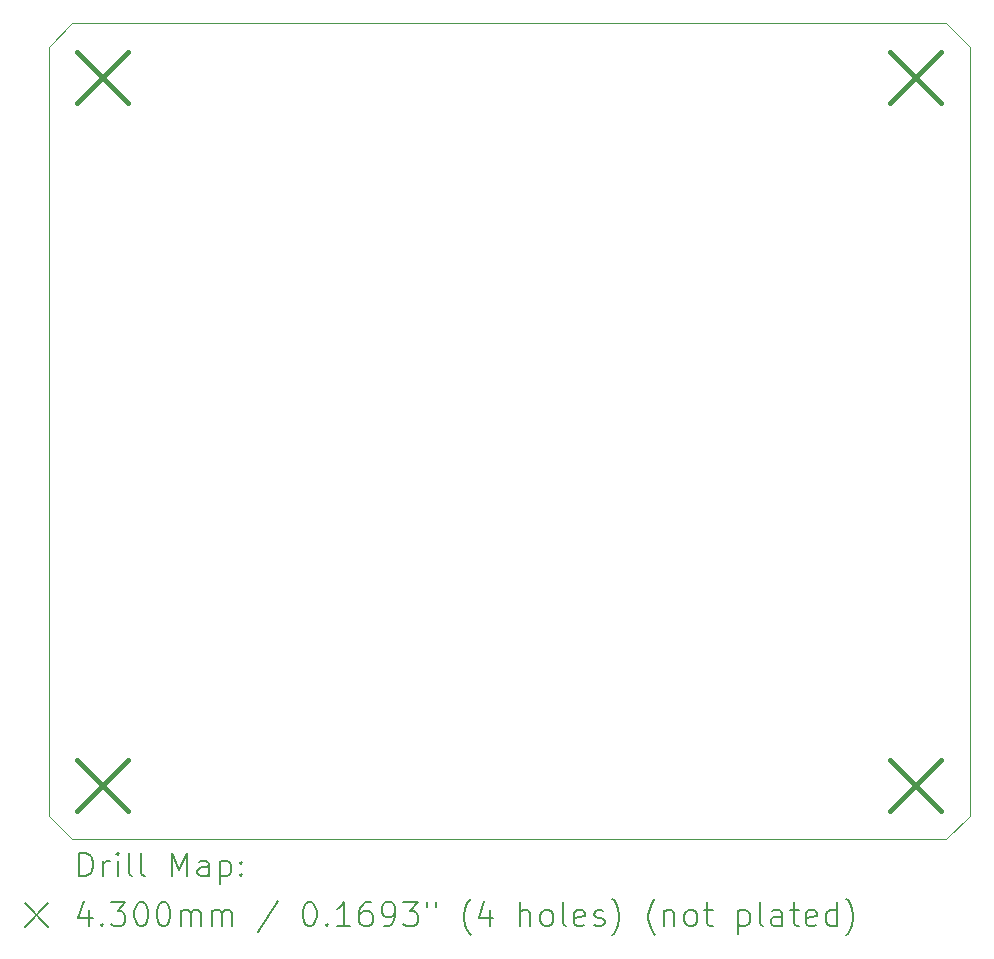
<source format=gbr>
%TF.GenerationSoftware,KiCad,Pcbnew,8.0.8-8.0.8-0~ubuntu24.04.1*%
%TF.CreationDate,2025-08-07T16:45:38-04:00*%
%TF.ProjectId,mainboard,6d61696e-626f-4617-9264-2e6b69636164,rev?*%
%TF.SameCoordinates,Original*%
%TF.FileFunction,Drillmap*%
%TF.FilePolarity,Positive*%
%FSLAX45Y45*%
G04 Gerber Fmt 4.5, Leading zero omitted, Abs format (unit mm)*
G04 Created by KiCad (PCBNEW 8.0.8-8.0.8-0~ubuntu24.04.1) date 2025-08-07 16:45:38*
%MOMM*%
%LPD*%
G01*
G04 APERTURE LIST*
%ADD10C,0.050000*%
%ADD11C,0.200000*%
%ADD12C,0.430000*%
G04 APERTURE END LIST*
D10*
X6397600Y-2108200D02*
X13795400Y-2108200D01*
X6197600Y-8817000D02*
X6397600Y-9017000D01*
X13995400Y-8817000D02*
X13795400Y-9017000D01*
X6397600Y-9017000D02*
X13795400Y-9017000D01*
X6197600Y-2308200D02*
X6397600Y-2108200D01*
X13995400Y-2308200D02*
X13795400Y-2108200D01*
X6197600Y-2308200D02*
X6197600Y-8817000D01*
X13995400Y-2308200D02*
X13995400Y-8817000D01*
D11*
D12*
X6439800Y-2350400D02*
X6869800Y-2780400D01*
X6869800Y-2350400D02*
X6439800Y-2780400D01*
X6439800Y-8344800D02*
X6869800Y-8774800D01*
X6869800Y-8344800D02*
X6439800Y-8774800D01*
X13323200Y-2350400D02*
X13753200Y-2780400D01*
X13753200Y-2350400D02*
X13323200Y-2780400D01*
X13323200Y-8344800D02*
X13753200Y-8774800D01*
X13753200Y-8344800D02*
X13323200Y-8774800D01*
D11*
X6455877Y-9330984D02*
X6455877Y-9130984D01*
X6455877Y-9130984D02*
X6503496Y-9130984D01*
X6503496Y-9130984D02*
X6532067Y-9140508D01*
X6532067Y-9140508D02*
X6551115Y-9159555D01*
X6551115Y-9159555D02*
X6560639Y-9178603D01*
X6560639Y-9178603D02*
X6570162Y-9216698D01*
X6570162Y-9216698D02*
X6570162Y-9245270D01*
X6570162Y-9245270D02*
X6560639Y-9283365D01*
X6560639Y-9283365D02*
X6551115Y-9302412D01*
X6551115Y-9302412D02*
X6532067Y-9321460D01*
X6532067Y-9321460D02*
X6503496Y-9330984D01*
X6503496Y-9330984D02*
X6455877Y-9330984D01*
X6655877Y-9330984D02*
X6655877Y-9197650D01*
X6655877Y-9235746D02*
X6665401Y-9216698D01*
X6665401Y-9216698D02*
X6674924Y-9207174D01*
X6674924Y-9207174D02*
X6693972Y-9197650D01*
X6693972Y-9197650D02*
X6713020Y-9197650D01*
X6779686Y-9330984D02*
X6779686Y-9197650D01*
X6779686Y-9130984D02*
X6770162Y-9140508D01*
X6770162Y-9140508D02*
X6779686Y-9150031D01*
X6779686Y-9150031D02*
X6789210Y-9140508D01*
X6789210Y-9140508D02*
X6779686Y-9130984D01*
X6779686Y-9130984D02*
X6779686Y-9150031D01*
X6903496Y-9330984D02*
X6884448Y-9321460D01*
X6884448Y-9321460D02*
X6874924Y-9302412D01*
X6874924Y-9302412D02*
X6874924Y-9130984D01*
X7008258Y-9330984D02*
X6989210Y-9321460D01*
X6989210Y-9321460D02*
X6979686Y-9302412D01*
X6979686Y-9302412D02*
X6979686Y-9130984D01*
X7236829Y-9330984D02*
X7236829Y-9130984D01*
X7236829Y-9130984D02*
X7303496Y-9273841D01*
X7303496Y-9273841D02*
X7370162Y-9130984D01*
X7370162Y-9130984D02*
X7370162Y-9330984D01*
X7551115Y-9330984D02*
X7551115Y-9226222D01*
X7551115Y-9226222D02*
X7541591Y-9207174D01*
X7541591Y-9207174D02*
X7522543Y-9197650D01*
X7522543Y-9197650D02*
X7484448Y-9197650D01*
X7484448Y-9197650D02*
X7465401Y-9207174D01*
X7551115Y-9321460D02*
X7532067Y-9330984D01*
X7532067Y-9330984D02*
X7484448Y-9330984D01*
X7484448Y-9330984D02*
X7465401Y-9321460D01*
X7465401Y-9321460D02*
X7455877Y-9302412D01*
X7455877Y-9302412D02*
X7455877Y-9283365D01*
X7455877Y-9283365D02*
X7465401Y-9264317D01*
X7465401Y-9264317D02*
X7484448Y-9254793D01*
X7484448Y-9254793D02*
X7532067Y-9254793D01*
X7532067Y-9254793D02*
X7551115Y-9245270D01*
X7646353Y-9197650D02*
X7646353Y-9397650D01*
X7646353Y-9207174D02*
X7665401Y-9197650D01*
X7665401Y-9197650D02*
X7703496Y-9197650D01*
X7703496Y-9197650D02*
X7722543Y-9207174D01*
X7722543Y-9207174D02*
X7732067Y-9216698D01*
X7732067Y-9216698D02*
X7741591Y-9235746D01*
X7741591Y-9235746D02*
X7741591Y-9292889D01*
X7741591Y-9292889D02*
X7732067Y-9311936D01*
X7732067Y-9311936D02*
X7722543Y-9321460D01*
X7722543Y-9321460D02*
X7703496Y-9330984D01*
X7703496Y-9330984D02*
X7665401Y-9330984D01*
X7665401Y-9330984D02*
X7646353Y-9321460D01*
X7827305Y-9311936D02*
X7836829Y-9321460D01*
X7836829Y-9321460D02*
X7827305Y-9330984D01*
X7827305Y-9330984D02*
X7817782Y-9321460D01*
X7817782Y-9321460D02*
X7827305Y-9311936D01*
X7827305Y-9311936D02*
X7827305Y-9330984D01*
X7827305Y-9207174D02*
X7836829Y-9216698D01*
X7836829Y-9216698D02*
X7827305Y-9226222D01*
X7827305Y-9226222D02*
X7817782Y-9216698D01*
X7817782Y-9216698D02*
X7827305Y-9207174D01*
X7827305Y-9207174D02*
X7827305Y-9226222D01*
X5995100Y-9559500D02*
X6195100Y-9759500D01*
X6195100Y-9559500D02*
X5995100Y-9759500D01*
X6541591Y-9617650D02*
X6541591Y-9750984D01*
X6493972Y-9541460D02*
X6446353Y-9684317D01*
X6446353Y-9684317D02*
X6570162Y-9684317D01*
X6646353Y-9731936D02*
X6655877Y-9741460D01*
X6655877Y-9741460D02*
X6646353Y-9750984D01*
X6646353Y-9750984D02*
X6636829Y-9741460D01*
X6636829Y-9741460D02*
X6646353Y-9731936D01*
X6646353Y-9731936D02*
X6646353Y-9750984D01*
X6722543Y-9550984D02*
X6846353Y-9550984D01*
X6846353Y-9550984D02*
X6779686Y-9627174D01*
X6779686Y-9627174D02*
X6808258Y-9627174D01*
X6808258Y-9627174D02*
X6827305Y-9636698D01*
X6827305Y-9636698D02*
X6836829Y-9646222D01*
X6836829Y-9646222D02*
X6846353Y-9665270D01*
X6846353Y-9665270D02*
X6846353Y-9712889D01*
X6846353Y-9712889D02*
X6836829Y-9731936D01*
X6836829Y-9731936D02*
X6827305Y-9741460D01*
X6827305Y-9741460D02*
X6808258Y-9750984D01*
X6808258Y-9750984D02*
X6751115Y-9750984D01*
X6751115Y-9750984D02*
X6732067Y-9741460D01*
X6732067Y-9741460D02*
X6722543Y-9731936D01*
X6970162Y-9550984D02*
X6989210Y-9550984D01*
X6989210Y-9550984D02*
X7008258Y-9560508D01*
X7008258Y-9560508D02*
X7017782Y-9570031D01*
X7017782Y-9570031D02*
X7027305Y-9589079D01*
X7027305Y-9589079D02*
X7036829Y-9627174D01*
X7036829Y-9627174D02*
X7036829Y-9674793D01*
X7036829Y-9674793D02*
X7027305Y-9712889D01*
X7027305Y-9712889D02*
X7017782Y-9731936D01*
X7017782Y-9731936D02*
X7008258Y-9741460D01*
X7008258Y-9741460D02*
X6989210Y-9750984D01*
X6989210Y-9750984D02*
X6970162Y-9750984D01*
X6970162Y-9750984D02*
X6951115Y-9741460D01*
X6951115Y-9741460D02*
X6941591Y-9731936D01*
X6941591Y-9731936D02*
X6932067Y-9712889D01*
X6932067Y-9712889D02*
X6922543Y-9674793D01*
X6922543Y-9674793D02*
X6922543Y-9627174D01*
X6922543Y-9627174D02*
X6932067Y-9589079D01*
X6932067Y-9589079D02*
X6941591Y-9570031D01*
X6941591Y-9570031D02*
X6951115Y-9560508D01*
X6951115Y-9560508D02*
X6970162Y-9550984D01*
X7160639Y-9550984D02*
X7179686Y-9550984D01*
X7179686Y-9550984D02*
X7198734Y-9560508D01*
X7198734Y-9560508D02*
X7208258Y-9570031D01*
X7208258Y-9570031D02*
X7217782Y-9589079D01*
X7217782Y-9589079D02*
X7227305Y-9627174D01*
X7227305Y-9627174D02*
X7227305Y-9674793D01*
X7227305Y-9674793D02*
X7217782Y-9712889D01*
X7217782Y-9712889D02*
X7208258Y-9731936D01*
X7208258Y-9731936D02*
X7198734Y-9741460D01*
X7198734Y-9741460D02*
X7179686Y-9750984D01*
X7179686Y-9750984D02*
X7160639Y-9750984D01*
X7160639Y-9750984D02*
X7141591Y-9741460D01*
X7141591Y-9741460D02*
X7132067Y-9731936D01*
X7132067Y-9731936D02*
X7122543Y-9712889D01*
X7122543Y-9712889D02*
X7113020Y-9674793D01*
X7113020Y-9674793D02*
X7113020Y-9627174D01*
X7113020Y-9627174D02*
X7122543Y-9589079D01*
X7122543Y-9589079D02*
X7132067Y-9570031D01*
X7132067Y-9570031D02*
X7141591Y-9560508D01*
X7141591Y-9560508D02*
X7160639Y-9550984D01*
X7313020Y-9750984D02*
X7313020Y-9617650D01*
X7313020Y-9636698D02*
X7322543Y-9627174D01*
X7322543Y-9627174D02*
X7341591Y-9617650D01*
X7341591Y-9617650D02*
X7370163Y-9617650D01*
X7370163Y-9617650D02*
X7389210Y-9627174D01*
X7389210Y-9627174D02*
X7398734Y-9646222D01*
X7398734Y-9646222D02*
X7398734Y-9750984D01*
X7398734Y-9646222D02*
X7408258Y-9627174D01*
X7408258Y-9627174D02*
X7427305Y-9617650D01*
X7427305Y-9617650D02*
X7455877Y-9617650D01*
X7455877Y-9617650D02*
X7474924Y-9627174D01*
X7474924Y-9627174D02*
X7484448Y-9646222D01*
X7484448Y-9646222D02*
X7484448Y-9750984D01*
X7579686Y-9750984D02*
X7579686Y-9617650D01*
X7579686Y-9636698D02*
X7589210Y-9627174D01*
X7589210Y-9627174D02*
X7608258Y-9617650D01*
X7608258Y-9617650D02*
X7636829Y-9617650D01*
X7636829Y-9617650D02*
X7655877Y-9627174D01*
X7655877Y-9627174D02*
X7665401Y-9646222D01*
X7665401Y-9646222D02*
X7665401Y-9750984D01*
X7665401Y-9646222D02*
X7674924Y-9627174D01*
X7674924Y-9627174D02*
X7693972Y-9617650D01*
X7693972Y-9617650D02*
X7722543Y-9617650D01*
X7722543Y-9617650D02*
X7741591Y-9627174D01*
X7741591Y-9627174D02*
X7751115Y-9646222D01*
X7751115Y-9646222D02*
X7751115Y-9750984D01*
X8141591Y-9541460D02*
X7970163Y-9798603D01*
X8398734Y-9550984D02*
X8417782Y-9550984D01*
X8417782Y-9550984D02*
X8436829Y-9560508D01*
X8436829Y-9560508D02*
X8446353Y-9570031D01*
X8446353Y-9570031D02*
X8455877Y-9589079D01*
X8455877Y-9589079D02*
X8465401Y-9627174D01*
X8465401Y-9627174D02*
X8465401Y-9674793D01*
X8465401Y-9674793D02*
X8455877Y-9712889D01*
X8455877Y-9712889D02*
X8446353Y-9731936D01*
X8446353Y-9731936D02*
X8436829Y-9741460D01*
X8436829Y-9741460D02*
X8417782Y-9750984D01*
X8417782Y-9750984D02*
X8398734Y-9750984D01*
X8398734Y-9750984D02*
X8379686Y-9741460D01*
X8379686Y-9741460D02*
X8370163Y-9731936D01*
X8370163Y-9731936D02*
X8360639Y-9712889D01*
X8360639Y-9712889D02*
X8351115Y-9674793D01*
X8351115Y-9674793D02*
X8351115Y-9627174D01*
X8351115Y-9627174D02*
X8360639Y-9589079D01*
X8360639Y-9589079D02*
X8370163Y-9570031D01*
X8370163Y-9570031D02*
X8379686Y-9560508D01*
X8379686Y-9560508D02*
X8398734Y-9550984D01*
X8551115Y-9731936D02*
X8560639Y-9741460D01*
X8560639Y-9741460D02*
X8551115Y-9750984D01*
X8551115Y-9750984D02*
X8541591Y-9741460D01*
X8541591Y-9741460D02*
X8551115Y-9731936D01*
X8551115Y-9731936D02*
X8551115Y-9750984D01*
X8751115Y-9750984D02*
X8636829Y-9750984D01*
X8693972Y-9750984D02*
X8693972Y-9550984D01*
X8693972Y-9550984D02*
X8674925Y-9579555D01*
X8674925Y-9579555D02*
X8655877Y-9598603D01*
X8655877Y-9598603D02*
X8636829Y-9608127D01*
X8922544Y-9550984D02*
X8884448Y-9550984D01*
X8884448Y-9550984D02*
X8865401Y-9560508D01*
X8865401Y-9560508D02*
X8855877Y-9570031D01*
X8855877Y-9570031D02*
X8836829Y-9598603D01*
X8836829Y-9598603D02*
X8827306Y-9636698D01*
X8827306Y-9636698D02*
X8827306Y-9712889D01*
X8827306Y-9712889D02*
X8836829Y-9731936D01*
X8836829Y-9731936D02*
X8846353Y-9741460D01*
X8846353Y-9741460D02*
X8865401Y-9750984D01*
X8865401Y-9750984D02*
X8903496Y-9750984D01*
X8903496Y-9750984D02*
X8922544Y-9741460D01*
X8922544Y-9741460D02*
X8932068Y-9731936D01*
X8932068Y-9731936D02*
X8941591Y-9712889D01*
X8941591Y-9712889D02*
X8941591Y-9665270D01*
X8941591Y-9665270D02*
X8932068Y-9646222D01*
X8932068Y-9646222D02*
X8922544Y-9636698D01*
X8922544Y-9636698D02*
X8903496Y-9627174D01*
X8903496Y-9627174D02*
X8865401Y-9627174D01*
X8865401Y-9627174D02*
X8846353Y-9636698D01*
X8846353Y-9636698D02*
X8836829Y-9646222D01*
X8836829Y-9646222D02*
X8827306Y-9665270D01*
X9036829Y-9750984D02*
X9074925Y-9750984D01*
X9074925Y-9750984D02*
X9093972Y-9741460D01*
X9093972Y-9741460D02*
X9103496Y-9731936D01*
X9103496Y-9731936D02*
X9122544Y-9703365D01*
X9122544Y-9703365D02*
X9132068Y-9665270D01*
X9132068Y-9665270D02*
X9132068Y-9589079D01*
X9132068Y-9589079D02*
X9122544Y-9570031D01*
X9122544Y-9570031D02*
X9113020Y-9560508D01*
X9113020Y-9560508D02*
X9093972Y-9550984D01*
X9093972Y-9550984D02*
X9055877Y-9550984D01*
X9055877Y-9550984D02*
X9036829Y-9560508D01*
X9036829Y-9560508D02*
X9027306Y-9570031D01*
X9027306Y-9570031D02*
X9017782Y-9589079D01*
X9017782Y-9589079D02*
X9017782Y-9636698D01*
X9017782Y-9636698D02*
X9027306Y-9655746D01*
X9027306Y-9655746D02*
X9036829Y-9665270D01*
X9036829Y-9665270D02*
X9055877Y-9674793D01*
X9055877Y-9674793D02*
X9093972Y-9674793D01*
X9093972Y-9674793D02*
X9113020Y-9665270D01*
X9113020Y-9665270D02*
X9122544Y-9655746D01*
X9122544Y-9655746D02*
X9132068Y-9636698D01*
X9198734Y-9550984D02*
X9322544Y-9550984D01*
X9322544Y-9550984D02*
X9255877Y-9627174D01*
X9255877Y-9627174D02*
X9284449Y-9627174D01*
X9284449Y-9627174D02*
X9303496Y-9636698D01*
X9303496Y-9636698D02*
X9313020Y-9646222D01*
X9313020Y-9646222D02*
X9322544Y-9665270D01*
X9322544Y-9665270D02*
X9322544Y-9712889D01*
X9322544Y-9712889D02*
X9313020Y-9731936D01*
X9313020Y-9731936D02*
X9303496Y-9741460D01*
X9303496Y-9741460D02*
X9284449Y-9750984D01*
X9284449Y-9750984D02*
X9227306Y-9750984D01*
X9227306Y-9750984D02*
X9208258Y-9741460D01*
X9208258Y-9741460D02*
X9198734Y-9731936D01*
X9398734Y-9550984D02*
X9398734Y-9589079D01*
X9474925Y-9550984D02*
X9474925Y-9589079D01*
X9770163Y-9827174D02*
X9760639Y-9817650D01*
X9760639Y-9817650D02*
X9741591Y-9789079D01*
X9741591Y-9789079D02*
X9732068Y-9770031D01*
X9732068Y-9770031D02*
X9722544Y-9741460D01*
X9722544Y-9741460D02*
X9713020Y-9693841D01*
X9713020Y-9693841D02*
X9713020Y-9655746D01*
X9713020Y-9655746D02*
X9722544Y-9608127D01*
X9722544Y-9608127D02*
X9732068Y-9579555D01*
X9732068Y-9579555D02*
X9741591Y-9560508D01*
X9741591Y-9560508D02*
X9760639Y-9531936D01*
X9760639Y-9531936D02*
X9770163Y-9522412D01*
X9932068Y-9617650D02*
X9932068Y-9750984D01*
X9884449Y-9541460D02*
X9836830Y-9684317D01*
X9836830Y-9684317D02*
X9960639Y-9684317D01*
X10189211Y-9750984D02*
X10189211Y-9550984D01*
X10274925Y-9750984D02*
X10274925Y-9646222D01*
X10274925Y-9646222D02*
X10265401Y-9627174D01*
X10265401Y-9627174D02*
X10246353Y-9617650D01*
X10246353Y-9617650D02*
X10217782Y-9617650D01*
X10217782Y-9617650D02*
X10198734Y-9627174D01*
X10198734Y-9627174D02*
X10189211Y-9636698D01*
X10398734Y-9750984D02*
X10379687Y-9741460D01*
X10379687Y-9741460D02*
X10370163Y-9731936D01*
X10370163Y-9731936D02*
X10360639Y-9712889D01*
X10360639Y-9712889D02*
X10360639Y-9655746D01*
X10360639Y-9655746D02*
X10370163Y-9636698D01*
X10370163Y-9636698D02*
X10379687Y-9627174D01*
X10379687Y-9627174D02*
X10398734Y-9617650D01*
X10398734Y-9617650D02*
X10427306Y-9617650D01*
X10427306Y-9617650D02*
X10446353Y-9627174D01*
X10446353Y-9627174D02*
X10455877Y-9636698D01*
X10455877Y-9636698D02*
X10465401Y-9655746D01*
X10465401Y-9655746D02*
X10465401Y-9712889D01*
X10465401Y-9712889D02*
X10455877Y-9731936D01*
X10455877Y-9731936D02*
X10446353Y-9741460D01*
X10446353Y-9741460D02*
X10427306Y-9750984D01*
X10427306Y-9750984D02*
X10398734Y-9750984D01*
X10579687Y-9750984D02*
X10560639Y-9741460D01*
X10560639Y-9741460D02*
X10551115Y-9722412D01*
X10551115Y-9722412D02*
X10551115Y-9550984D01*
X10732068Y-9741460D02*
X10713020Y-9750984D01*
X10713020Y-9750984D02*
X10674925Y-9750984D01*
X10674925Y-9750984D02*
X10655877Y-9741460D01*
X10655877Y-9741460D02*
X10646353Y-9722412D01*
X10646353Y-9722412D02*
X10646353Y-9646222D01*
X10646353Y-9646222D02*
X10655877Y-9627174D01*
X10655877Y-9627174D02*
X10674925Y-9617650D01*
X10674925Y-9617650D02*
X10713020Y-9617650D01*
X10713020Y-9617650D02*
X10732068Y-9627174D01*
X10732068Y-9627174D02*
X10741592Y-9646222D01*
X10741592Y-9646222D02*
X10741592Y-9665270D01*
X10741592Y-9665270D02*
X10646353Y-9684317D01*
X10817782Y-9741460D02*
X10836830Y-9750984D01*
X10836830Y-9750984D02*
X10874925Y-9750984D01*
X10874925Y-9750984D02*
X10893973Y-9741460D01*
X10893973Y-9741460D02*
X10903496Y-9722412D01*
X10903496Y-9722412D02*
X10903496Y-9712889D01*
X10903496Y-9712889D02*
X10893973Y-9693841D01*
X10893973Y-9693841D02*
X10874925Y-9684317D01*
X10874925Y-9684317D02*
X10846353Y-9684317D01*
X10846353Y-9684317D02*
X10827306Y-9674793D01*
X10827306Y-9674793D02*
X10817782Y-9655746D01*
X10817782Y-9655746D02*
X10817782Y-9646222D01*
X10817782Y-9646222D02*
X10827306Y-9627174D01*
X10827306Y-9627174D02*
X10846353Y-9617650D01*
X10846353Y-9617650D02*
X10874925Y-9617650D01*
X10874925Y-9617650D02*
X10893973Y-9627174D01*
X10970163Y-9827174D02*
X10979687Y-9817650D01*
X10979687Y-9817650D02*
X10998734Y-9789079D01*
X10998734Y-9789079D02*
X11008258Y-9770031D01*
X11008258Y-9770031D02*
X11017782Y-9741460D01*
X11017782Y-9741460D02*
X11027306Y-9693841D01*
X11027306Y-9693841D02*
X11027306Y-9655746D01*
X11027306Y-9655746D02*
X11017782Y-9608127D01*
X11017782Y-9608127D02*
X11008258Y-9579555D01*
X11008258Y-9579555D02*
X10998734Y-9560508D01*
X10998734Y-9560508D02*
X10979687Y-9531936D01*
X10979687Y-9531936D02*
X10970163Y-9522412D01*
X11332068Y-9827174D02*
X11322544Y-9817650D01*
X11322544Y-9817650D02*
X11303496Y-9789079D01*
X11303496Y-9789079D02*
X11293972Y-9770031D01*
X11293972Y-9770031D02*
X11284449Y-9741460D01*
X11284449Y-9741460D02*
X11274925Y-9693841D01*
X11274925Y-9693841D02*
X11274925Y-9655746D01*
X11274925Y-9655746D02*
X11284449Y-9608127D01*
X11284449Y-9608127D02*
X11293972Y-9579555D01*
X11293972Y-9579555D02*
X11303496Y-9560508D01*
X11303496Y-9560508D02*
X11322544Y-9531936D01*
X11322544Y-9531936D02*
X11332068Y-9522412D01*
X11408258Y-9617650D02*
X11408258Y-9750984D01*
X11408258Y-9636698D02*
X11417782Y-9627174D01*
X11417782Y-9627174D02*
X11436830Y-9617650D01*
X11436830Y-9617650D02*
X11465401Y-9617650D01*
X11465401Y-9617650D02*
X11484449Y-9627174D01*
X11484449Y-9627174D02*
X11493972Y-9646222D01*
X11493972Y-9646222D02*
X11493972Y-9750984D01*
X11617782Y-9750984D02*
X11598734Y-9741460D01*
X11598734Y-9741460D02*
X11589211Y-9731936D01*
X11589211Y-9731936D02*
X11579687Y-9712889D01*
X11579687Y-9712889D02*
X11579687Y-9655746D01*
X11579687Y-9655746D02*
X11589211Y-9636698D01*
X11589211Y-9636698D02*
X11598734Y-9627174D01*
X11598734Y-9627174D02*
X11617782Y-9617650D01*
X11617782Y-9617650D02*
X11646353Y-9617650D01*
X11646353Y-9617650D02*
X11665401Y-9627174D01*
X11665401Y-9627174D02*
X11674925Y-9636698D01*
X11674925Y-9636698D02*
X11684449Y-9655746D01*
X11684449Y-9655746D02*
X11684449Y-9712889D01*
X11684449Y-9712889D02*
X11674925Y-9731936D01*
X11674925Y-9731936D02*
X11665401Y-9741460D01*
X11665401Y-9741460D02*
X11646353Y-9750984D01*
X11646353Y-9750984D02*
X11617782Y-9750984D01*
X11741592Y-9617650D02*
X11817782Y-9617650D01*
X11770163Y-9550984D02*
X11770163Y-9722412D01*
X11770163Y-9722412D02*
X11779687Y-9741460D01*
X11779687Y-9741460D02*
X11798734Y-9750984D01*
X11798734Y-9750984D02*
X11817782Y-9750984D01*
X12036830Y-9617650D02*
X12036830Y-9817650D01*
X12036830Y-9627174D02*
X12055877Y-9617650D01*
X12055877Y-9617650D02*
X12093973Y-9617650D01*
X12093973Y-9617650D02*
X12113020Y-9627174D01*
X12113020Y-9627174D02*
X12122544Y-9636698D01*
X12122544Y-9636698D02*
X12132068Y-9655746D01*
X12132068Y-9655746D02*
X12132068Y-9712889D01*
X12132068Y-9712889D02*
X12122544Y-9731936D01*
X12122544Y-9731936D02*
X12113020Y-9741460D01*
X12113020Y-9741460D02*
X12093973Y-9750984D01*
X12093973Y-9750984D02*
X12055877Y-9750984D01*
X12055877Y-9750984D02*
X12036830Y-9741460D01*
X12246353Y-9750984D02*
X12227306Y-9741460D01*
X12227306Y-9741460D02*
X12217782Y-9722412D01*
X12217782Y-9722412D02*
X12217782Y-9550984D01*
X12408258Y-9750984D02*
X12408258Y-9646222D01*
X12408258Y-9646222D02*
X12398734Y-9627174D01*
X12398734Y-9627174D02*
X12379687Y-9617650D01*
X12379687Y-9617650D02*
X12341592Y-9617650D01*
X12341592Y-9617650D02*
X12322544Y-9627174D01*
X12408258Y-9741460D02*
X12389211Y-9750984D01*
X12389211Y-9750984D02*
X12341592Y-9750984D01*
X12341592Y-9750984D02*
X12322544Y-9741460D01*
X12322544Y-9741460D02*
X12313020Y-9722412D01*
X12313020Y-9722412D02*
X12313020Y-9703365D01*
X12313020Y-9703365D02*
X12322544Y-9684317D01*
X12322544Y-9684317D02*
X12341592Y-9674793D01*
X12341592Y-9674793D02*
X12389211Y-9674793D01*
X12389211Y-9674793D02*
X12408258Y-9665270D01*
X12474925Y-9617650D02*
X12551115Y-9617650D01*
X12503496Y-9550984D02*
X12503496Y-9722412D01*
X12503496Y-9722412D02*
X12513020Y-9741460D01*
X12513020Y-9741460D02*
X12532068Y-9750984D01*
X12532068Y-9750984D02*
X12551115Y-9750984D01*
X12693973Y-9741460D02*
X12674925Y-9750984D01*
X12674925Y-9750984D02*
X12636830Y-9750984D01*
X12636830Y-9750984D02*
X12617782Y-9741460D01*
X12617782Y-9741460D02*
X12608258Y-9722412D01*
X12608258Y-9722412D02*
X12608258Y-9646222D01*
X12608258Y-9646222D02*
X12617782Y-9627174D01*
X12617782Y-9627174D02*
X12636830Y-9617650D01*
X12636830Y-9617650D02*
X12674925Y-9617650D01*
X12674925Y-9617650D02*
X12693973Y-9627174D01*
X12693973Y-9627174D02*
X12703496Y-9646222D01*
X12703496Y-9646222D02*
X12703496Y-9665270D01*
X12703496Y-9665270D02*
X12608258Y-9684317D01*
X12874925Y-9750984D02*
X12874925Y-9550984D01*
X12874925Y-9741460D02*
X12855877Y-9750984D01*
X12855877Y-9750984D02*
X12817782Y-9750984D01*
X12817782Y-9750984D02*
X12798734Y-9741460D01*
X12798734Y-9741460D02*
X12789211Y-9731936D01*
X12789211Y-9731936D02*
X12779687Y-9712889D01*
X12779687Y-9712889D02*
X12779687Y-9655746D01*
X12779687Y-9655746D02*
X12789211Y-9636698D01*
X12789211Y-9636698D02*
X12798734Y-9627174D01*
X12798734Y-9627174D02*
X12817782Y-9617650D01*
X12817782Y-9617650D02*
X12855877Y-9617650D01*
X12855877Y-9617650D02*
X12874925Y-9627174D01*
X12951115Y-9827174D02*
X12960639Y-9817650D01*
X12960639Y-9817650D02*
X12979687Y-9789079D01*
X12979687Y-9789079D02*
X12989211Y-9770031D01*
X12989211Y-9770031D02*
X12998734Y-9741460D01*
X12998734Y-9741460D02*
X13008258Y-9693841D01*
X13008258Y-9693841D02*
X13008258Y-9655746D01*
X13008258Y-9655746D02*
X12998734Y-9608127D01*
X12998734Y-9608127D02*
X12989211Y-9579555D01*
X12989211Y-9579555D02*
X12979687Y-9560508D01*
X12979687Y-9560508D02*
X12960639Y-9531936D01*
X12960639Y-9531936D02*
X12951115Y-9522412D01*
M02*

</source>
